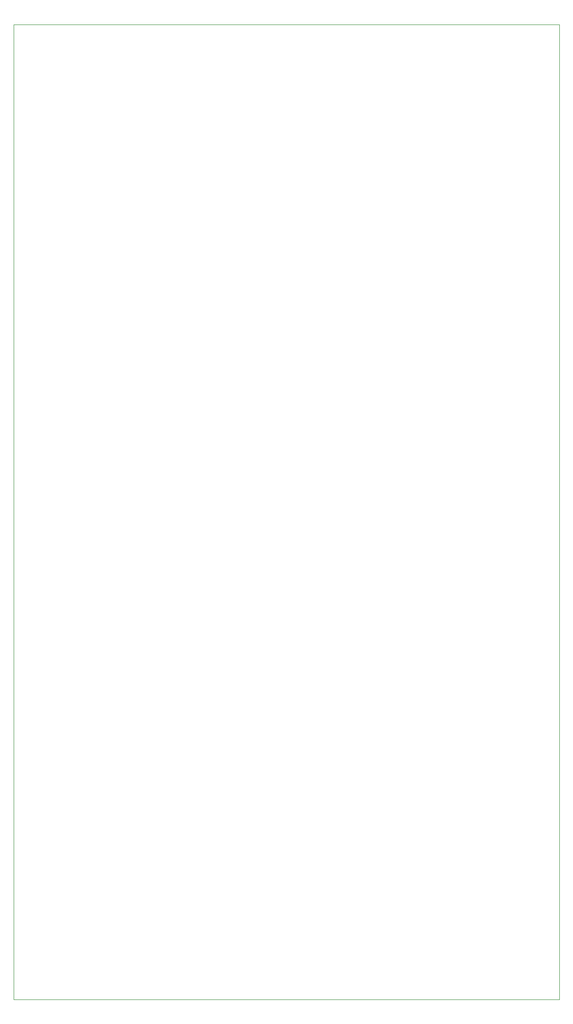
<source format=gm1>
%TF.GenerationSoftware,KiCad,Pcbnew,9.0.7*%
%TF.CreationDate,2026-02-21T19:12:40+01:00*%
%TF.ProjectId,DMH_VCLFO_v2_PCB_Main,444d485f-5643-44c4-964f-5f76325f5043,1*%
%TF.SameCoordinates,Original*%
%TF.FileFunction,Profile,NP*%
%FSLAX46Y46*%
G04 Gerber Fmt 4.6, Leading zero omitted, Abs format (unit mm)*
G04 Created by KiCad (PCBNEW 9.0.7) date 2026-02-21 19:12:40*
%MOMM*%
%LPD*%
G01*
G04 APERTURE LIST*
%TA.AperFunction,Profile*%
%ADD10C,0.050000*%
%TD*%
G04 APERTURE END LIST*
D10*
X51000000Y-42500000D02*
X149000000Y-42500000D01*
X149000000Y-217500000D01*
X51000000Y-217500000D01*
X51000000Y-42500000D01*
M02*

</source>
